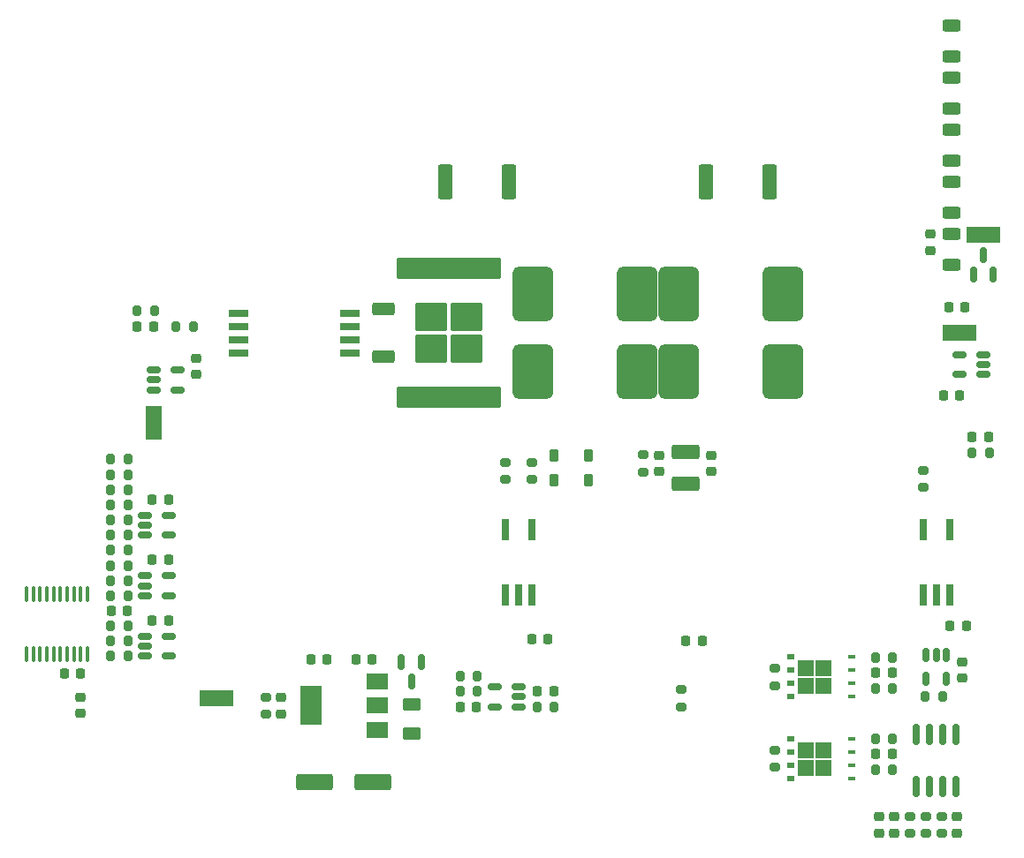
<source format=gbr>
%TF.GenerationSoftware,KiCad,Pcbnew,(7.0.0)*%
%TF.CreationDate,2023-06-27T20:49:36+12:00*%
%TF.ProjectId,VehicleJunctionBoxMotherboard_PCB,56656869-636c-4654-9a75-6e6374696f6e,V1.0*%
%TF.SameCoordinates,Original*%
%TF.FileFunction,Paste,Top*%
%TF.FilePolarity,Positive*%
%FSLAX46Y46*%
G04 Gerber Fmt 4.6, Leading zero omitted, Abs format (unit mm)*
G04 Created by KiCad (PCBNEW (7.0.0)) date 2023-06-27 20:49:36*
%MOMM*%
%LPD*%
G01*
G04 APERTURE LIST*
G04 Aperture macros list*
%AMRoundRect*
0 Rectangle with rounded corners*
0 $1 Rounding radius*
0 $2 $3 $4 $5 $6 $7 $8 $9 X,Y pos of 4 corners*
0 Add a 4 corners polygon primitive as box body*
4,1,4,$2,$3,$4,$5,$6,$7,$8,$9,$2,$3,0*
0 Add four circle primitives for the rounded corners*
1,1,$1+$1,$2,$3*
1,1,$1+$1,$4,$5*
1,1,$1+$1,$6,$7*
1,1,$1+$1,$8,$9*
0 Add four rect primitives between the rounded corners*
20,1,$1+$1,$2,$3,$4,$5,0*
20,1,$1+$1,$4,$5,$6,$7,0*
20,1,$1+$1,$6,$7,$8,$9,0*
20,1,$1+$1,$8,$9,$2,$3,0*%
G04 Aperture macros list end*
%ADD10RoundRect,0.200000X0.275000X-0.200000X0.275000X0.200000X-0.275000X0.200000X-0.275000X-0.200000X0*%
%ADD11R,2.000000X1.500000*%
%ADD12R,2.000000X3.800000*%
%ADD13RoundRect,0.249999X-0.450001X-1.425001X0.450001X-1.425001X0.450001X1.425001X-0.450001X1.425001X0*%
%ADD14RoundRect,0.225000X-0.225000X-0.250000X0.225000X-0.250000X0.225000X0.250000X-0.225000X0.250000X0*%
%ADD15RoundRect,0.200000X-0.275000X0.200000X-0.275000X-0.200000X0.275000X-0.200000X0.275000X0.200000X0*%
%ADD16RoundRect,0.225000X0.225000X0.250000X-0.225000X0.250000X-0.225000X-0.250000X0.225000X-0.250000X0*%
%ADD17RoundRect,0.250000X0.625000X-0.312500X0.625000X0.312500X-0.625000X0.312500X-0.625000X-0.312500X0*%
%ADD18R,3.200000X1.600000*%
%ADD19RoundRect,0.225000X-0.225000X-0.375000X0.225000X-0.375000X0.225000X0.375000X-0.225000X0.375000X0*%
%ADD20RoundRect,0.200000X0.200000X0.275000X-0.200000X0.275000X-0.200000X-0.275000X0.200000X-0.275000X0*%
%ADD21RoundRect,0.250000X0.625000X-0.375000X0.625000X0.375000X-0.625000X0.375000X-0.625000X-0.375000X0*%
%ADD22RoundRect,0.150000X-0.150000X0.512500X-0.150000X-0.512500X0.150000X-0.512500X0.150000X0.512500X0*%
%ADD23RoundRect,0.150000X-0.512500X-0.150000X0.512500X-0.150000X0.512500X0.150000X-0.512500X0.150000X0*%
%ADD24RoundRect,0.200000X-0.200000X-0.275000X0.200000X-0.275000X0.200000X0.275000X-0.200000X0.275000X0*%
%ADD25R,1.500000X1.500000*%
%ADD26R,0.750000X0.500000*%
%ADD27R,0.750000X0.400000*%
%ADD28RoundRect,0.218750X0.218750X0.256250X-0.218750X0.256250X-0.218750X-0.256250X0.218750X-0.256250X0*%
%ADD29RoundRect,0.250001X1.074999X-0.462499X1.074999X0.462499X-1.074999X0.462499X-1.074999X-0.462499X0*%
%ADD30RoundRect,0.225000X-0.250000X0.225000X-0.250000X-0.225000X0.250000X-0.225000X0.250000X0.225000X0*%
%ADD31RoundRect,0.218750X-0.218750X-0.256250X0.218750X-0.256250X0.218750X0.256250X-0.218750X0.256250X0*%
%ADD32R,0.640000X2.000000*%
%ADD33RoundRect,0.218750X-0.256250X0.218750X-0.256250X-0.218750X0.256250X-0.218750X0.256250X0.218750X0*%
%ADD34RoundRect,0.150000X0.150000X-0.587500X0.150000X0.587500X-0.150000X0.587500X-0.150000X-0.587500X0*%
%ADD35RoundRect,0.661019X-1.288981X-1.988981X1.288981X-1.988981X1.288981X1.988981X-1.288981X1.988981X0*%
%ADD36RoundRect,0.218750X0.256250X-0.218750X0.256250X0.218750X-0.256250X0.218750X-0.256250X-0.218750X0*%
%ADD37RoundRect,0.150000X-0.150000X0.587500X-0.150000X-0.587500X0.150000X-0.587500X0.150000X0.587500X0*%
%ADD38RoundRect,0.150000X0.512500X0.150000X-0.512500X0.150000X-0.512500X-0.150000X0.512500X-0.150000X0*%
%ADD39R,1.600000X3.200000*%
%ADD40RoundRect,0.225000X0.250000X-0.225000X0.250000X0.225000X-0.250000X0.225000X-0.250000X-0.225000X0*%
%ADD41RoundRect,0.250000X-0.850000X-0.350000X0.850000X-0.350000X0.850000X0.350000X-0.850000X0.350000X0*%
%ADD42RoundRect,0.250000X-1.275000X-1.125000X1.275000X-1.125000X1.275000X1.125000X-1.275000X1.125000X0*%
%ADD43RoundRect,0.100000X0.100000X-0.637500X0.100000X0.637500X-0.100000X0.637500X-0.100000X-0.637500X0*%
%ADD44RoundRect,0.150000X-0.150000X0.825000X-0.150000X-0.825000X0.150000X-0.825000X0.150000X0.825000X0*%
%ADD45R,1.905000X0.640000*%
%ADD46RoundRect,0.250000X-1.500000X-0.550000X1.500000X-0.550000X1.500000X0.550000X-1.500000X0.550000X0*%
%ADD47RoundRect,0.200000X-4.800000X0.800000X-4.800000X-0.800000X4.800000X-0.800000X4.800000X0.800000X0*%
G04 APERTURE END LIST*
D10*
%TO.C,R22*%
X118500000Y-107500000D03*
X118500000Y-105850000D03*
%TD*%
D11*
%TO.C,U1*%
X64399999Y-97549999D03*
X64399999Y-95249999D03*
D12*
X58099999Y-95249999D03*
D11*
X64399999Y-92949999D03*
%TD*%
D13*
%TO.C,R9*%
X70950000Y-45000000D03*
X77050000Y-45000000D03*
%TD*%
D14*
%TO.C,C11*%
X119225000Y-57000000D03*
X120775000Y-57000000D03*
%TD*%
D15*
%TO.C,R37*%
X76700000Y-71925000D03*
X76700000Y-73575000D03*
%TD*%
D16*
%TO.C,C6*%
X95575000Y-89000000D03*
X94025000Y-89000000D03*
%TD*%
D17*
%TO.C,R15*%
X119500000Y-47962500D03*
X119500000Y-45037500D03*
%TD*%
D18*
%TO.C,TP4*%
X120249999Y-59489999D03*
%TD*%
D17*
%TO.C,R13*%
X119500000Y-37962500D03*
X119500000Y-35037500D03*
%TD*%
D19*
%TO.C,D10*%
X81350000Y-71250000D03*
X84650000Y-71250000D03*
%TD*%
D16*
%TO.C,C12*%
X120275000Y-65490000D03*
X118725000Y-65490000D03*
%TD*%
D20*
%TO.C,R25*%
X113825000Y-90600000D03*
X112175000Y-90600000D03*
%TD*%
D15*
%TO.C,R18*%
X116750000Y-72675000D03*
X116750000Y-74325000D03*
%TD*%
D21*
%TO.C,F2*%
X67700000Y-97950000D03*
X67700000Y-95150000D03*
%TD*%
D22*
%TO.C,U8*%
X118950000Y-90362500D03*
X118000000Y-90362500D03*
X117050000Y-90362500D03*
X117050000Y-92637500D03*
X118950000Y-92637500D03*
%TD*%
D23*
%TO.C,U10*%
X43012500Y-63050000D03*
X43012500Y-64000000D03*
X43012500Y-64950000D03*
X45287500Y-64950000D03*
X45287500Y-63050000D03*
%TD*%
D15*
%TO.C,R27*%
X102500000Y-91675000D03*
X102500000Y-93325000D03*
%TD*%
%TO.C,R28*%
X102500000Y-99525000D03*
X102500000Y-101175000D03*
%TD*%
D24*
%TO.C,R17*%
X121425000Y-70980000D03*
X123075000Y-70980000D03*
%TD*%
D25*
%TO.C,Q4*%
X107199999Y-101199999D03*
X107199999Y-99499999D03*
X105499999Y-101199999D03*
X105499999Y-99499999D03*
D26*
X104094999Y-102254999D03*
X104094999Y-100984999D03*
X104094999Y-99714999D03*
X104094999Y-98444999D03*
D27*
X109899999Y-102254999D03*
X109899999Y-100984999D03*
X109899999Y-99714999D03*
X109899999Y-98444999D03*
%TD*%
D24*
%TO.C,R45*%
X38887500Y-71600000D03*
X40537500Y-71600000D03*
%TD*%
D23*
%TO.C,U13*%
X42162500Y-88600000D03*
X42162500Y-89550000D03*
X42162500Y-90500000D03*
X44437500Y-90500000D03*
X44437500Y-88600000D03*
%TD*%
D20*
%TO.C,R26*%
X113825000Y-98400000D03*
X112175000Y-98400000D03*
%TD*%
D28*
%TO.C,D4*%
X123037500Y-69480000D03*
X121462500Y-69480000D03*
%TD*%
D17*
%TO.C,R16*%
X119500000Y-52962500D03*
X119500000Y-50037500D03*
%TD*%
D20*
%TO.C,R34*%
X40537500Y-81800000D03*
X38887500Y-81800000D03*
%TD*%
D29*
%TO.C,L1*%
X93950000Y-73925000D03*
X93950000Y-70950000D03*
%TD*%
D20*
%TO.C,R43*%
X40537500Y-84700000D03*
X38887500Y-84700000D03*
%TD*%
D18*
%TO.C,TP3*%
X48999999Y-94499999D03*
%TD*%
D30*
%TO.C,C10*%
X117400000Y-50025000D03*
X117400000Y-51575000D03*
%TD*%
D10*
%TO.C,R23*%
X117000000Y-107500000D03*
X117000000Y-105850000D03*
%TD*%
D31*
%TO.C,D9*%
X112212500Y-99900000D03*
X113787500Y-99900000D03*
%TD*%
D30*
%TO.C,C19*%
X36000000Y-94425000D03*
X36000000Y-95975000D03*
%TD*%
D13*
%TO.C,R6*%
X95950000Y-45000000D03*
X102050000Y-45000000D03*
%TD*%
D18*
%TO.C,TP1*%
X122499999Y-50099999D03*
%TD*%
D24*
%TO.C,R36*%
X38887500Y-80350000D03*
X40537500Y-80350000D03*
%TD*%
D15*
%TO.C,R10*%
X89950000Y-71175000D03*
X89950000Y-72825000D03*
%TD*%
D32*
%TO.C,U20*%
X79269999Y-78349999D03*
X76729999Y-78349999D03*
X76729999Y-84649999D03*
X77999999Y-84649999D03*
X79269999Y-84649999D03*
%TD*%
D30*
%TO.C,C15*%
X112500000Y-105900000D03*
X112500000Y-107450000D03*
%TD*%
D14*
%TO.C,C13*%
X119325000Y-87600000D03*
X120875000Y-87600000D03*
%TD*%
D24*
%TO.C,R30*%
X38887500Y-89050000D03*
X40537500Y-89050000D03*
%TD*%
D23*
%TO.C,U11*%
X42175000Y-77000000D03*
X42175000Y-77950000D03*
X42175000Y-78900000D03*
X44450000Y-78900000D03*
X44450000Y-77000000D03*
%TD*%
D24*
%TO.C,R11*%
X72362500Y-92450000D03*
X74012500Y-92450000D03*
%TD*%
D10*
%TO.C,R7*%
X53750000Y-96075000D03*
X53750000Y-94425000D03*
%TD*%
D24*
%TO.C,R42*%
X38887500Y-77450000D03*
X40537500Y-77450000D03*
%TD*%
D20*
%TO.C,R39*%
X40537500Y-78900000D03*
X38887500Y-78900000D03*
%TD*%
D33*
%TO.C,D1*%
X55250000Y-94462500D03*
X55250000Y-96037500D03*
%TD*%
D14*
%TO.C,C2*%
X58100000Y-90800000D03*
X59650000Y-90800000D03*
%TD*%
%TO.C,C29*%
X42887500Y-81250000D03*
X44437500Y-81250000D03*
%TD*%
D24*
%TO.C,R40*%
X38887500Y-74550000D03*
X40537500Y-74550000D03*
%TD*%
D16*
%TO.C,C1*%
X63950000Y-90800000D03*
X62400000Y-90800000D03*
%TD*%
D34*
%TO.C,D3*%
X121550000Y-53937500D03*
X123450000Y-53937500D03*
X122500000Y-52062500D03*
%TD*%
D35*
%TO.C,R3*%
X93300000Y-55750000D03*
X103300000Y-55750000D03*
%TD*%
D28*
%TO.C,D6*%
X81350000Y-93900000D03*
X79775000Y-93900000D03*
%TD*%
D14*
%TO.C,C4*%
X72412500Y-95350000D03*
X73962500Y-95350000D03*
%TD*%
D36*
%TO.C,D2*%
X91450000Y-72787500D03*
X91450000Y-71212500D03*
%TD*%
D35*
%TO.C,R1*%
X79300000Y-55750000D03*
X89300000Y-55750000D03*
%TD*%
%TO.C,R4*%
X93300000Y-63250000D03*
X103300000Y-63250000D03*
%TD*%
D37*
%TO.C,Q5*%
X68650000Y-91025000D03*
X66750000Y-91025000D03*
X67700000Y-92900000D03*
%TD*%
D17*
%TO.C,R12*%
X119500000Y-32962500D03*
X119500000Y-30037500D03*
%TD*%
D24*
%TO.C,R20*%
X116975000Y-94400000D03*
X118625000Y-94400000D03*
%TD*%
D20*
%TO.C,R38*%
X40537500Y-76000000D03*
X38887500Y-76000000D03*
%TD*%
D10*
%TO.C,R5*%
X93550000Y-95350000D03*
X93550000Y-93700000D03*
%TD*%
D20*
%TO.C,R31*%
X43062500Y-57400000D03*
X41412500Y-57400000D03*
%TD*%
D30*
%TO.C,C16*%
X120000000Y-105900000D03*
X120000000Y-107450000D03*
%TD*%
D20*
%TO.C,R32*%
X46825000Y-58900000D03*
X45175000Y-58900000D03*
%TD*%
D17*
%TO.C,R14*%
X119500000Y-42962500D03*
X119500000Y-40037500D03*
%TD*%
D20*
%TO.C,R33*%
X74012500Y-93900000D03*
X72362500Y-93900000D03*
%TD*%
D24*
%TO.C,R24*%
X112175000Y-101400000D03*
X113825000Y-101400000D03*
%TD*%
D38*
%TO.C,U6*%
X77987500Y-95350000D03*
X77987500Y-94400000D03*
X77987500Y-93450000D03*
X75712500Y-93450000D03*
X75712500Y-95350000D03*
%TD*%
D39*
%TO.C,TP2*%
X43049999Y-68099999D03*
%TD*%
D14*
%TO.C,C25*%
X79225000Y-88900000D03*
X80775000Y-88900000D03*
%TD*%
D15*
%TO.C,R49*%
X79250000Y-71925000D03*
X79250000Y-73575000D03*
%TD*%
D31*
%TO.C,D5*%
X41450000Y-58900000D03*
X43025000Y-58900000D03*
%TD*%
D19*
%TO.C,D8*%
X81350000Y-73600000D03*
X84650000Y-73600000D03*
%TD*%
D14*
%TO.C,C5*%
X42887500Y-87050000D03*
X44437500Y-87050000D03*
%TD*%
D23*
%TO.C,U14*%
X42175000Y-82800000D03*
X42175000Y-83750000D03*
X42175000Y-84700000D03*
X44450000Y-84700000D03*
X44450000Y-82800000D03*
%TD*%
D31*
%TO.C,D7*%
X112212500Y-92100000D03*
X113787500Y-92100000D03*
%TD*%
D16*
%TO.C,C3*%
X40487500Y-86150000D03*
X38937500Y-86150000D03*
%TD*%
D38*
%TO.C,U2*%
X122500000Y-63490000D03*
X122500000Y-62540000D03*
X122500000Y-61590000D03*
X120225000Y-61590000D03*
X120225000Y-63490000D03*
%TD*%
D32*
%TO.C,U7*%
X119269999Y-78349999D03*
X116729999Y-78349999D03*
X116729999Y-84649999D03*
X117999999Y-84649999D03*
X119269999Y-84649999D03*
%TD*%
D25*
%TO.C,Q3*%
X107199999Y-93349999D03*
X107199999Y-91649999D03*
X105499999Y-93349999D03*
X105499999Y-91649999D03*
D26*
X104094999Y-94404999D03*
X104094999Y-93134999D03*
X104094999Y-91864999D03*
X104094999Y-90594999D03*
D27*
X109899999Y-94404999D03*
X109899999Y-93134999D03*
X109899999Y-91864999D03*
X109899999Y-90594999D03*
%TD*%
D16*
%TO.C,C18*%
X36000000Y-92150000D03*
X34450000Y-92150000D03*
%TD*%
D24*
%TO.C,R29*%
X38887500Y-90500000D03*
X40537500Y-90500000D03*
%TD*%
D40*
%TO.C,C20*%
X47050000Y-63470000D03*
X47050000Y-61920000D03*
%TD*%
D14*
%TO.C,C30*%
X42887500Y-75450000D03*
X44437500Y-75450000D03*
%TD*%
D41*
%TO.C,Q1*%
X65000000Y-57220000D03*
D42*
X69625000Y-57975000D03*
X69625000Y-61025000D03*
X72975000Y-57975000D03*
X72975000Y-61025000D03*
D41*
X65000000Y-61780000D03*
%TD*%
D40*
%TO.C,C14*%
X120500000Y-92600000D03*
X120500000Y-91050000D03*
%TD*%
D24*
%TO.C,R8*%
X38887500Y-87600000D03*
X40537500Y-87600000D03*
%TD*%
%TO.C,R35*%
X79737500Y-95400000D03*
X81387500Y-95400000D03*
%TD*%
D43*
%TO.C,U12*%
X30825000Y-90262500D03*
X31475000Y-90262500D03*
X32125000Y-90262500D03*
X32775000Y-90262500D03*
X33425000Y-90262500D03*
X34075000Y-90262500D03*
X34725000Y-90262500D03*
X35375000Y-90262500D03*
X36025000Y-90262500D03*
X36675000Y-90262500D03*
X36675000Y-84537500D03*
X36025000Y-84537500D03*
X35375000Y-84537500D03*
X34725000Y-84537500D03*
X34075000Y-84537500D03*
X33425000Y-84537500D03*
X32775000Y-84537500D03*
X32125000Y-84537500D03*
X31475000Y-84537500D03*
X30825000Y-84537500D03*
%TD*%
D44*
%TO.C,U9*%
X119905000Y-98025000D03*
X118635000Y-98025000D03*
X117365000Y-98025000D03*
X116095000Y-98025000D03*
X116095000Y-102975000D03*
X117365000Y-102975000D03*
X118635000Y-102975000D03*
X119905000Y-102975000D03*
%TD*%
D45*
%TO.C,U15*%
X51152499Y-57594999D03*
X51152499Y-58864999D03*
X51152499Y-60134999D03*
X51152499Y-61404999D03*
X61847499Y-61404999D03*
X61847499Y-60134999D03*
X61847499Y-58864999D03*
X61847499Y-57594999D03*
%TD*%
D46*
%TO.C,C8*%
X58400000Y-102600000D03*
X64000000Y-102600000D03*
%TD*%
D30*
%TO.C,C7*%
X96450000Y-71225000D03*
X96450000Y-72775000D03*
%TD*%
%TO.C,C17*%
X114000000Y-105900000D03*
X114000000Y-107450000D03*
%TD*%
D10*
%TO.C,R21*%
X115500000Y-107500000D03*
X115500000Y-105850000D03*
%TD*%
D20*
%TO.C,R46*%
X40537500Y-73100000D03*
X38887500Y-73100000D03*
%TD*%
D24*
%TO.C,R19*%
X112175000Y-93600000D03*
X113825000Y-93600000D03*
%TD*%
D35*
%TO.C,R2*%
X79300000Y-63250000D03*
X89300000Y-63250000D03*
%TD*%
D47*
%TO.C,HS1*%
X71300000Y-65700000D03*
X71300000Y-53300000D03*
%TD*%
D24*
%TO.C,R41*%
X38887500Y-83250000D03*
X40537500Y-83250000D03*
%TD*%
M02*

</source>
